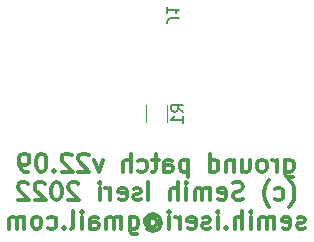
<source format=gbr>
%TF.GenerationSoftware,KiCad,Pcbnew,(6.0.7)*%
%TF.CreationDate,2022-09-18T23:27:57+03:00*%
%TF.ProjectId,groundPatch,67726f75-6e64-4506-9174-63682e6b6963,rev?*%
%TF.SameCoordinates,Original*%
%TF.FileFunction,Legend,Bot*%
%TF.FilePolarity,Positive*%
%FSLAX46Y46*%
G04 Gerber Fmt 4.6, Leading zero omitted, Abs format (unit mm)*
G04 Created by KiCad (PCBNEW (6.0.7)) date 2022-09-18 23:27:57*
%MOMM*%
%LPD*%
G01*
G04 APERTURE LIST*
%ADD10C,0.300000*%
%ADD11C,0.150000*%
%ADD12C,0.120000*%
G04 APERTURE END LIST*
D10*
X163292857Y-114103571D02*
X163292857Y-115317857D01*
X163364285Y-115460714D01*
X163435714Y-115532142D01*
X163578571Y-115603571D01*
X163792857Y-115603571D01*
X163935714Y-115532142D01*
X163292857Y-115032142D02*
X163435714Y-115103571D01*
X163721428Y-115103571D01*
X163864285Y-115032142D01*
X163935714Y-114960714D01*
X164007142Y-114817857D01*
X164007142Y-114389285D01*
X163935714Y-114246428D01*
X163864285Y-114175000D01*
X163721428Y-114103571D01*
X163435714Y-114103571D01*
X163292857Y-114175000D01*
X162578571Y-115103571D02*
X162578571Y-114103571D01*
X162578571Y-114389285D02*
X162507142Y-114246428D01*
X162435714Y-114175000D01*
X162292857Y-114103571D01*
X162150000Y-114103571D01*
X161435714Y-115103571D02*
X161578571Y-115032142D01*
X161650000Y-114960714D01*
X161721428Y-114817857D01*
X161721428Y-114389285D01*
X161650000Y-114246428D01*
X161578571Y-114175000D01*
X161435714Y-114103571D01*
X161221428Y-114103571D01*
X161078571Y-114175000D01*
X161007142Y-114246428D01*
X160935714Y-114389285D01*
X160935714Y-114817857D01*
X161007142Y-114960714D01*
X161078571Y-115032142D01*
X161221428Y-115103571D01*
X161435714Y-115103571D01*
X159650000Y-114103571D02*
X159650000Y-115103571D01*
X160292857Y-114103571D02*
X160292857Y-114889285D01*
X160221428Y-115032142D01*
X160078571Y-115103571D01*
X159864285Y-115103571D01*
X159721428Y-115032142D01*
X159650000Y-114960714D01*
X158935714Y-114103571D02*
X158935714Y-115103571D01*
X158935714Y-114246428D02*
X158864285Y-114175000D01*
X158721428Y-114103571D01*
X158507142Y-114103571D01*
X158364285Y-114175000D01*
X158292857Y-114317857D01*
X158292857Y-115103571D01*
X156935714Y-115103571D02*
X156935714Y-113603571D01*
X156935714Y-115032142D02*
X157078571Y-115103571D01*
X157364285Y-115103571D01*
X157507142Y-115032142D01*
X157578571Y-114960714D01*
X157650000Y-114817857D01*
X157650000Y-114389285D01*
X157578571Y-114246428D01*
X157507142Y-114175000D01*
X157364285Y-114103571D01*
X157078571Y-114103571D01*
X156935714Y-114175000D01*
X155078571Y-114103571D02*
X155078571Y-115603571D01*
X155078571Y-114175000D02*
X154935714Y-114103571D01*
X154650000Y-114103571D01*
X154507142Y-114175000D01*
X154435714Y-114246428D01*
X154364285Y-114389285D01*
X154364285Y-114817857D01*
X154435714Y-114960714D01*
X154507142Y-115032142D01*
X154650000Y-115103571D01*
X154935714Y-115103571D01*
X155078571Y-115032142D01*
X153078571Y-115103571D02*
X153078571Y-114317857D01*
X153150000Y-114175000D01*
X153292857Y-114103571D01*
X153578571Y-114103571D01*
X153721428Y-114175000D01*
X153078571Y-115032142D02*
X153221428Y-115103571D01*
X153578571Y-115103571D01*
X153721428Y-115032142D01*
X153792857Y-114889285D01*
X153792857Y-114746428D01*
X153721428Y-114603571D01*
X153578571Y-114532142D01*
X153221428Y-114532142D01*
X153078571Y-114460714D01*
X152578571Y-114103571D02*
X152007142Y-114103571D01*
X152364285Y-113603571D02*
X152364285Y-114889285D01*
X152292857Y-115032142D01*
X152150000Y-115103571D01*
X152007142Y-115103571D01*
X150864285Y-115032142D02*
X151007142Y-115103571D01*
X151292857Y-115103571D01*
X151435714Y-115032142D01*
X151507142Y-114960714D01*
X151578571Y-114817857D01*
X151578571Y-114389285D01*
X151507142Y-114246428D01*
X151435714Y-114175000D01*
X151292857Y-114103571D01*
X151007142Y-114103571D01*
X150864285Y-114175000D01*
X150221428Y-115103571D02*
X150221428Y-113603571D01*
X149578571Y-115103571D02*
X149578571Y-114317857D01*
X149650000Y-114175000D01*
X149792857Y-114103571D01*
X150007142Y-114103571D01*
X150150000Y-114175000D01*
X150221428Y-114246428D01*
X147864285Y-114103571D02*
X147507142Y-115103571D01*
X147150000Y-114103571D01*
X146650000Y-113746428D02*
X146578571Y-113675000D01*
X146435714Y-113603571D01*
X146078571Y-113603571D01*
X145935714Y-113675000D01*
X145864285Y-113746428D01*
X145792857Y-113889285D01*
X145792857Y-114032142D01*
X145864285Y-114246428D01*
X146721428Y-115103571D01*
X145792857Y-115103571D01*
X145221428Y-113746428D02*
X145150000Y-113675000D01*
X145007142Y-113603571D01*
X144650000Y-113603571D01*
X144507142Y-113675000D01*
X144435714Y-113746428D01*
X144364285Y-113889285D01*
X144364285Y-114032142D01*
X144435714Y-114246428D01*
X145292857Y-115103571D01*
X144364285Y-115103571D01*
X143721428Y-114960714D02*
X143650000Y-115032142D01*
X143721428Y-115103571D01*
X143792857Y-115032142D01*
X143721428Y-114960714D01*
X143721428Y-115103571D01*
X142721428Y-113603571D02*
X142578571Y-113603571D01*
X142435714Y-113675000D01*
X142364285Y-113746428D01*
X142292857Y-113889285D01*
X142221428Y-114175000D01*
X142221428Y-114532142D01*
X142292857Y-114817857D01*
X142364285Y-114960714D01*
X142435714Y-115032142D01*
X142578571Y-115103571D01*
X142721428Y-115103571D01*
X142864285Y-115032142D01*
X142935714Y-114960714D01*
X143007142Y-114817857D01*
X143078571Y-114532142D01*
X143078571Y-114175000D01*
X143007142Y-113889285D01*
X142935714Y-113746428D01*
X142864285Y-113675000D01*
X142721428Y-113603571D01*
X141507142Y-115103571D02*
X141221428Y-115103571D01*
X141078571Y-115032142D01*
X141007142Y-114960714D01*
X140864285Y-114746428D01*
X140792857Y-114460714D01*
X140792857Y-113889285D01*
X140864285Y-113746428D01*
X140935714Y-113675000D01*
X141078571Y-113603571D01*
X141364285Y-113603571D01*
X141507142Y-113675000D01*
X141578571Y-113746428D01*
X141650000Y-113889285D01*
X141650000Y-114246428D01*
X141578571Y-114389285D01*
X141507142Y-114460714D01*
X141364285Y-114532142D01*
X141078571Y-114532142D01*
X140935714Y-114460714D01*
X140864285Y-114389285D01*
X140792857Y-114246428D01*
X163650000Y-118090000D02*
X163721428Y-118018571D01*
X163864285Y-117804285D01*
X163935714Y-117661428D01*
X164007142Y-117447142D01*
X164078571Y-117090000D01*
X164078571Y-116804285D01*
X164007142Y-116447142D01*
X163935714Y-116232857D01*
X163864285Y-116090000D01*
X163721428Y-115875714D01*
X163650000Y-115804285D01*
X162435714Y-117447142D02*
X162578571Y-117518571D01*
X162864285Y-117518571D01*
X163007142Y-117447142D01*
X163078571Y-117375714D01*
X163150000Y-117232857D01*
X163150000Y-116804285D01*
X163078571Y-116661428D01*
X163007142Y-116590000D01*
X162864285Y-116518571D01*
X162578571Y-116518571D01*
X162435714Y-116590000D01*
X161935714Y-118090000D02*
X161864285Y-118018571D01*
X161721428Y-117804285D01*
X161650000Y-117661428D01*
X161578571Y-117447142D01*
X161507142Y-117090000D01*
X161507142Y-116804285D01*
X161578571Y-116447142D01*
X161650000Y-116232857D01*
X161721428Y-116090000D01*
X161864285Y-115875714D01*
X161935714Y-115804285D01*
X159721428Y-117447142D02*
X159507142Y-117518571D01*
X159150000Y-117518571D01*
X159007142Y-117447142D01*
X158935714Y-117375714D01*
X158864285Y-117232857D01*
X158864285Y-117090000D01*
X158935714Y-116947142D01*
X159007142Y-116875714D01*
X159150000Y-116804285D01*
X159435714Y-116732857D01*
X159578571Y-116661428D01*
X159650000Y-116590000D01*
X159721428Y-116447142D01*
X159721428Y-116304285D01*
X159650000Y-116161428D01*
X159578571Y-116090000D01*
X159435714Y-116018571D01*
X159078571Y-116018571D01*
X158864285Y-116090000D01*
X157650000Y-117447142D02*
X157792857Y-117518571D01*
X158078571Y-117518571D01*
X158221428Y-117447142D01*
X158292857Y-117304285D01*
X158292857Y-116732857D01*
X158221428Y-116590000D01*
X158078571Y-116518571D01*
X157792857Y-116518571D01*
X157650000Y-116590000D01*
X157578571Y-116732857D01*
X157578571Y-116875714D01*
X158292857Y-117018571D01*
X156935714Y-117518571D02*
X156935714Y-116518571D01*
X156935714Y-116661428D02*
X156864285Y-116590000D01*
X156721428Y-116518571D01*
X156507142Y-116518571D01*
X156364285Y-116590000D01*
X156292857Y-116732857D01*
X156292857Y-117518571D01*
X156292857Y-116732857D02*
X156221428Y-116590000D01*
X156078571Y-116518571D01*
X155864285Y-116518571D01*
X155721428Y-116590000D01*
X155650000Y-116732857D01*
X155650000Y-117518571D01*
X154935714Y-117518571D02*
X154935714Y-116518571D01*
X154935714Y-116018571D02*
X155007142Y-116090000D01*
X154935714Y-116161428D01*
X154864285Y-116090000D01*
X154935714Y-116018571D01*
X154935714Y-116161428D01*
X154221428Y-117518571D02*
X154221428Y-116018571D01*
X153578571Y-117518571D02*
X153578571Y-116732857D01*
X153649999Y-116590000D01*
X153792857Y-116518571D01*
X154007142Y-116518571D01*
X154149999Y-116590000D01*
X154221428Y-116661428D01*
X151721428Y-117518571D02*
X151721428Y-116018571D01*
X151078571Y-117447142D02*
X150935714Y-117518571D01*
X150650000Y-117518571D01*
X150507142Y-117447142D01*
X150435714Y-117304285D01*
X150435714Y-117232857D01*
X150507142Y-117090000D01*
X150650000Y-117018571D01*
X150864285Y-117018571D01*
X151007142Y-116947142D01*
X151078571Y-116804285D01*
X151078571Y-116732857D01*
X151007142Y-116590000D01*
X150864285Y-116518571D01*
X150650000Y-116518571D01*
X150507142Y-116590000D01*
X149221428Y-117447142D02*
X149364285Y-117518571D01*
X149650000Y-117518571D01*
X149792857Y-117447142D01*
X149864285Y-117304285D01*
X149864285Y-116732857D01*
X149792857Y-116590000D01*
X149650000Y-116518571D01*
X149364285Y-116518571D01*
X149221428Y-116590000D01*
X149150000Y-116732857D01*
X149150000Y-116875714D01*
X149864285Y-117018571D01*
X148507142Y-117518571D02*
X148507142Y-116518571D01*
X148507142Y-116804285D02*
X148435714Y-116661428D01*
X148364285Y-116590000D01*
X148221428Y-116518571D01*
X148078571Y-116518571D01*
X147578571Y-117518571D02*
X147578571Y-116518571D01*
X147578571Y-116018571D02*
X147650000Y-116090000D01*
X147578571Y-116161428D01*
X147507142Y-116090000D01*
X147578571Y-116018571D01*
X147578571Y-116161428D01*
X145792857Y-116161428D02*
X145721428Y-116090000D01*
X145578571Y-116018571D01*
X145221428Y-116018571D01*
X145078571Y-116090000D01*
X145007142Y-116161428D01*
X144935714Y-116304285D01*
X144935714Y-116447142D01*
X145007142Y-116661428D01*
X145864285Y-117518571D01*
X144935714Y-117518571D01*
X144007142Y-116018571D02*
X143864285Y-116018571D01*
X143721428Y-116090000D01*
X143650000Y-116161428D01*
X143578571Y-116304285D01*
X143507142Y-116590000D01*
X143507142Y-116947142D01*
X143578571Y-117232857D01*
X143650000Y-117375714D01*
X143721428Y-117447142D01*
X143864285Y-117518571D01*
X144007142Y-117518571D01*
X144150000Y-117447142D01*
X144221428Y-117375714D01*
X144292857Y-117232857D01*
X144364285Y-116947142D01*
X144364285Y-116590000D01*
X144292857Y-116304285D01*
X144221428Y-116161428D01*
X144150000Y-116090000D01*
X144007142Y-116018571D01*
X142935714Y-116161428D02*
X142864285Y-116090000D01*
X142721428Y-116018571D01*
X142364285Y-116018571D01*
X142221428Y-116090000D01*
X142150000Y-116161428D01*
X142078571Y-116304285D01*
X142078571Y-116447142D01*
X142150000Y-116661428D01*
X143007142Y-117518571D01*
X142078571Y-117518571D01*
X141507142Y-116161428D02*
X141435714Y-116090000D01*
X141292857Y-116018571D01*
X140935714Y-116018571D01*
X140792857Y-116090000D01*
X140721428Y-116161428D01*
X140650000Y-116304285D01*
X140650000Y-116447142D01*
X140721428Y-116661428D01*
X141578571Y-117518571D01*
X140650000Y-117518571D01*
X164935714Y-119862142D02*
X164792857Y-119933571D01*
X164507142Y-119933571D01*
X164364285Y-119862142D01*
X164292857Y-119719285D01*
X164292857Y-119647857D01*
X164364285Y-119505000D01*
X164507142Y-119433571D01*
X164721428Y-119433571D01*
X164864285Y-119362142D01*
X164935714Y-119219285D01*
X164935714Y-119147857D01*
X164864285Y-119005000D01*
X164721428Y-118933571D01*
X164507142Y-118933571D01*
X164364285Y-119005000D01*
X163078571Y-119862142D02*
X163221428Y-119933571D01*
X163507142Y-119933571D01*
X163650000Y-119862142D01*
X163721428Y-119719285D01*
X163721428Y-119147857D01*
X163650000Y-119005000D01*
X163507142Y-118933571D01*
X163221428Y-118933571D01*
X163078571Y-119005000D01*
X163007142Y-119147857D01*
X163007142Y-119290714D01*
X163721428Y-119433571D01*
X162364285Y-119933571D02*
X162364285Y-118933571D01*
X162364285Y-119076428D02*
X162292857Y-119005000D01*
X162150000Y-118933571D01*
X161935714Y-118933571D01*
X161792857Y-119005000D01*
X161721428Y-119147857D01*
X161721428Y-119933571D01*
X161721428Y-119147857D02*
X161650000Y-119005000D01*
X161507142Y-118933571D01*
X161292857Y-118933571D01*
X161150000Y-119005000D01*
X161078571Y-119147857D01*
X161078571Y-119933571D01*
X160364285Y-119933571D02*
X160364285Y-118933571D01*
X160364285Y-118433571D02*
X160435714Y-118505000D01*
X160364285Y-118576428D01*
X160292857Y-118505000D01*
X160364285Y-118433571D01*
X160364285Y-118576428D01*
X159650000Y-119933571D02*
X159650000Y-118433571D01*
X159007142Y-119933571D02*
X159007142Y-119147857D01*
X159078571Y-119005000D01*
X159221428Y-118933571D01*
X159435714Y-118933571D01*
X159578571Y-119005000D01*
X159650000Y-119076428D01*
X158292857Y-119790714D02*
X158221428Y-119862142D01*
X158292857Y-119933571D01*
X158364285Y-119862142D01*
X158292857Y-119790714D01*
X158292857Y-119933571D01*
X157578571Y-119933571D02*
X157578571Y-118933571D01*
X157578571Y-118433571D02*
X157650000Y-118505000D01*
X157578571Y-118576428D01*
X157507142Y-118505000D01*
X157578571Y-118433571D01*
X157578571Y-118576428D01*
X156935714Y-119862142D02*
X156792857Y-119933571D01*
X156507142Y-119933571D01*
X156364285Y-119862142D01*
X156292857Y-119719285D01*
X156292857Y-119647857D01*
X156364285Y-119505000D01*
X156507142Y-119433571D01*
X156721428Y-119433571D01*
X156864285Y-119362142D01*
X156935714Y-119219285D01*
X156935714Y-119147857D01*
X156864285Y-119005000D01*
X156721428Y-118933571D01*
X156507142Y-118933571D01*
X156364285Y-119005000D01*
X155078571Y-119862142D02*
X155221428Y-119933571D01*
X155507142Y-119933571D01*
X155650000Y-119862142D01*
X155721428Y-119719285D01*
X155721428Y-119147857D01*
X155650000Y-119005000D01*
X155507142Y-118933571D01*
X155221428Y-118933571D01*
X155078571Y-119005000D01*
X155007142Y-119147857D01*
X155007142Y-119290714D01*
X155721428Y-119433571D01*
X154364285Y-119933571D02*
X154364285Y-118933571D01*
X154364285Y-119219285D02*
X154292857Y-119076428D01*
X154221428Y-119005000D01*
X154078571Y-118933571D01*
X153935714Y-118933571D01*
X153435714Y-119933571D02*
X153435714Y-118933571D01*
X153435714Y-118433571D02*
X153507142Y-118505000D01*
X153435714Y-118576428D01*
X153364285Y-118505000D01*
X153435714Y-118433571D01*
X153435714Y-118576428D01*
X151792857Y-119219285D02*
X151864285Y-119147857D01*
X152007142Y-119076428D01*
X152150000Y-119076428D01*
X152292857Y-119147857D01*
X152364285Y-119219285D01*
X152435714Y-119362142D01*
X152435714Y-119505000D01*
X152364285Y-119647857D01*
X152292857Y-119719285D01*
X152150000Y-119790714D01*
X152007142Y-119790714D01*
X151864285Y-119719285D01*
X151792857Y-119647857D01*
X151792857Y-119076428D02*
X151792857Y-119647857D01*
X151721428Y-119719285D01*
X151650000Y-119719285D01*
X151507142Y-119647857D01*
X151435714Y-119505000D01*
X151435714Y-119147857D01*
X151578571Y-118933571D01*
X151792857Y-118790714D01*
X152078571Y-118719285D01*
X152364285Y-118790714D01*
X152578571Y-118933571D01*
X152721428Y-119147857D01*
X152792857Y-119433571D01*
X152721428Y-119719285D01*
X152578571Y-119933571D01*
X152364285Y-120076428D01*
X152078571Y-120147857D01*
X151792857Y-120076428D01*
X151578571Y-119933571D01*
X150150000Y-118933571D02*
X150150000Y-120147857D01*
X150221428Y-120290714D01*
X150292857Y-120362142D01*
X150435714Y-120433571D01*
X150650000Y-120433571D01*
X150792857Y-120362142D01*
X150150000Y-119862142D02*
X150292857Y-119933571D01*
X150578571Y-119933571D01*
X150721428Y-119862142D01*
X150792857Y-119790714D01*
X150864285Y-119647857D01*
X150864285Y-119219285D01*
X150792857Y-119076428D01*
X150721428Y-119005000D01*
X150578571Y-118933571D01*
X150292857Y-118933571D01*
X150150000Y-119005000D01*
X149435714Y-119933571D02*
X149435714Y-118933571D01*
X149435714Y-119076428D02*
X149364285Y-119005000D01*
X149221428Y-118933571D01*
X149007142Y-118933571D01*
X148864285Y-119005000D01*
X148792857Y-119147857D01*
X148792857Y-119933571D01*
X148792857Y-119147857D02*
X148721428Y-119005000D01*
X148578571Y-118933571D01*
X148364285Y-118933571D01*
X148221428Y-119005000D01*
X148150000Y-119147857D01*
X148150000Y-119933571D01*
X146792857Y-119933571D02*
X146792857Y-119147857D01*
X146864285Y-119005000D01*
X147007142Y-118933571D01*
X147292857Y-118933571D01*
X147435714Y-119005000D01*
X146792857Y-119862142D02*
X146935714Y-119933571D01*
X147292857Y-119933571D01*
X147435714Y-119862142D01*
X147507142Y-119719285D01*
X147507142Y-119576428D01*
X147435714Y-119433571D01*
X147292857Y-119362142D01*
X146935714Y-119362142D01*
X146792857Y-119290714D01*
X146078571Y-119933571D02*
X146078571Y-118933571D01*
X146078571Y-118433571D02*
X146150000Y-118505000D01*
X146078571Y-118576428D01*
X146007142Y-118505000D01*
X146078571Y-118433571D01*
X146078571Y-118576428D01*
X145150000Y-119933571D02*
X145292857Y-119862142D01*
X145364285Y-119719285D01*
X145364285Y-118433571D01*
X144578571Y-119790714D02*
X144507142Y-119862142D01*
X144578571Y-119933571D01*
X144650000Y-119862142D01*
X144578571Y-119790714D01*
X144578571Y-119933571D01*
X143221428Y-119862142D02*
X143364285Y-119933571D01*
X143650000Y-119933571D01*
X143792857Y-119862142D01*
X143864285Y-119790714D01*
X143935714Y-119647857D01*
X143935714Y-119219285D01*
X143864285Y-119076428D01*
X143792857Y-119005000D01*
X143650000Y-118933571D01*
X143364285Y-118933571D01*
X143221428Y-119005000D01*
X142364285Y-119933571D02*
X142507142Y-119862142D01*
X142578571Y-119790714D01*
X142650000Y-119647857D01*
X142650000Y-119219285D01*
X142578571Y-119076428D01*
X142507142Y-119005000D01*
X142364285Y-118933571D01*
X142150000Y-118933571D01*
X142007142Y-119005000D01*
X141935714Y-119076428D01*
X141864285Y-119219285D01*
X141864285Y-119647857D01*
X141935714Y-119790714D01*
X142007142Y-119862142D01*
X142150000Y-119933571D01*
X142364285Y-119933571D01*
X141221428Y-119933571D02*
X141221428Y-118933571D01*
X141221428Y-119076428D02*
X141150000Y-119005000D01*
X141007142Y-118933571D01*
X140792857Y-118933571D01*
X140650000Y-119005000D01*
X140578571Y-119147857D01*
X140578571Y-119933571D01*
X140578571Y-119147857D02*
X140507142Y-119005000D01*
X140364285Y-118933571D01*
X140150000Y-118933571D01*
X140007142Y-119005000D01*
X139935714Y-119147857D01*
X139935714Y-119933571D01*
D11*
%TO.C,J1*%
X154297619Y-102148333D02*
X153583333Y-102148333D01*
X153440476Y-102195952D01*
X153345238Y-102291190D01*
X153297619Y-102434047D01*
X153297619Y-102529285D01*
X153297619Y-101148333D02*
X153297619Y-101719761D01*
X153297619Y-101434047D02*
X154297619Y-101434047D01*
X154154761Y-101529285D01*
X154059523Y-101624523D01*
X154011904Y-101719761D01*
%TO.C,R1*%
X154672380Y-110043333D02*
X154196190Y-109710000D01*
X154672380Y-109471904D02*
X153672380Y-109471904D01*
X153672380Y-109852857D01*
X153720000Y-109948095D01*
X153767619Y-109995714D01*
X153862857Y-110043333D01*
X154005714Y-110043333D01*
X154100952Y-109995714D01*
X154148571Y-109948095D01*
X154196190Y-109852857D01*
X154196190Y-109471904D01*
X154672380Y-110995714D02*
X154672380Y-110424285D01*
X154672380Y-110710000D02*
X153672380Y-110710000D01*
X153815238Y-110614761D01*
X153910476Y-110519523D01*
X153958095Y-110424285D01*
D12*
X153310000Y-110937064D02*
X153310000Y-109482936D01*
X151490000Y-110937064D02*
X151490000Y-109482936D01*
%TD*%
M02*

</source>
